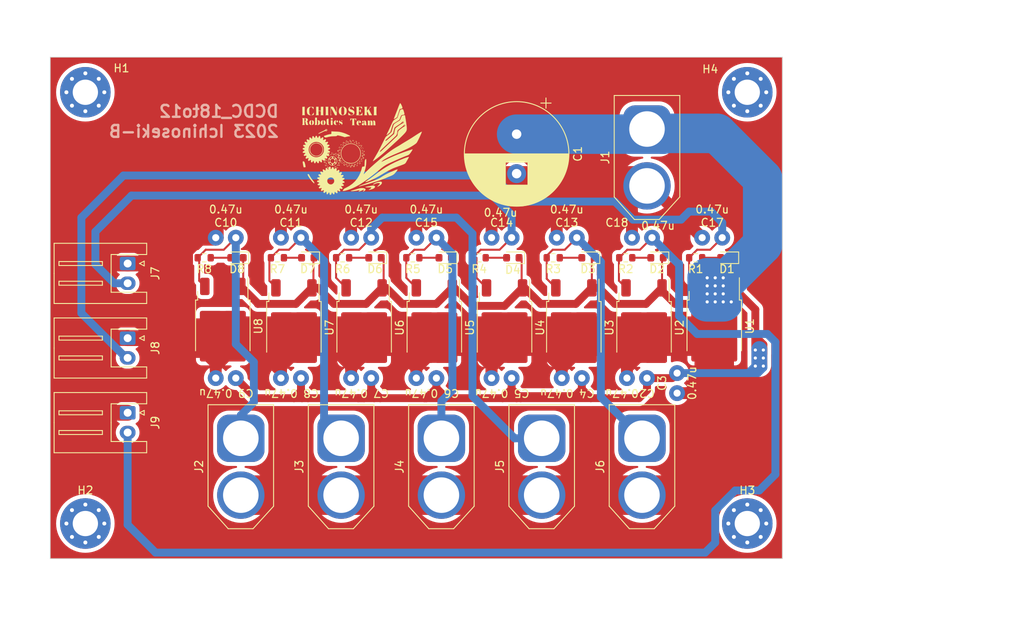
<source format=kicad_pcb>
(kicad_pcb (version 20221018) (generator pcbnew)
  (layers (0 "F.Cu" signal) (31 "B.Cu" signal) (34 "B.Paste" user) (35 "F.Paste" user) (36 "B.SilkS" user "B.Silkscreen") (37 "F.SilkS" user "F.Silkscreen") (38 "B.Mask" user) (39 "F.Mask" user) (44 "Edge.Cuts" user))
  (net 0 "")
  (net 1 "+18")
  (net 2 "GND")
  (net 3 "Net-(D1-A)")
  (net 4 "Net-(D2-A)")
  (net 5 "Net-(D3-A)")
  (net 6 "Net-(D4-A)")
  (net 7 "Net-(D5-A)")
  (net 8 "Net-(D6-A)")
  (net 9 "Net-(D7-A)")
  (net 10 "Net-(D8-A)")
  (net 11 "Net-(J9-Pin_2)")
  (net 12 "Net-(J8-Pin_2)")
  (net 13 "Net-(J6-Pin_2)")
  (net 14 "Net-(J7-Pin_2)")
  (net 15 "Net-(J4-Pin_2)")
  (net 16 "Net-(J5-Pin_2)")
  (net 17 "Net-(J3-Pin_2)")
  (net 18 "Net-(J2-Pin_2)")
  (footprint "LED_SMD:LED_0603_1608Metric" (layer "F.Cu") (at 137.9475 97.79 180)
    (fp_text reference "D4")
    (fp_text value "LED")
  )
  (footprint "MountingHole:MountingHole_3.2mm_M3_Pad_Via" (layer "F.Cu") (at 83.82 131.445)
    (fp_text reference "H2")
    (fp_text value "MountingHole")
  )
  (footprint "Resistor_SMD:R_0603_1608Metric" (layer "F.Cu") (at 152.2475 97.79 180)
    (fp_text reference "R2")
    (fp_text value "1k")
  )
  (footprint "Resistor_SMD:R_0603_1608Metric" (layer "F.Cu") (at 116.395 97.79 180)
    (fp_text reference "R6")
    (fp_text value "1k")
  )
  (footprint "lib:via_2" (layer "F.Cu") (at 127 113.03 180)
    (fp_text reference "C6")
    (fp_text value "0.47u")
  )
  (footprint "LED_SMD:LED_0603_1608Metric" (layer "F.Cu") (at 165.0625 97.79 180)
    (fp_text reference "D1")
    (fp_text value "LED")
  )
  (footprint "lib:via_2" (layer "F.Cu") (at 136.525 95.25)
    (fp_text reference "C14")
    (fp_text value "0.47u")
  )
  (footprint "lib:via_2" (layer "F.Cu") (at 163.195 95.25)
    (fp_text reference "C17")
    (fp_text value "0.47u")
  )
  (footprint "MountingHole:MountingHole_3.2mm_M3_Pad_Via" (layer "F.Cu") (at 167.64 76.835)
    (fp_text reference "H4")
    (fp_text value "MountingHole")
  )
  (footprint "Package_TO_SOT_SMD:TO-252-2" (layer "F.Cu") (at 110.23 106.64 -90)
    (fp_text reference "U7")
    (fp_text value "L7812")
  )
  (footprint "Package_TO_SOT_SMD:TO-252-2" (layer "F.Cu") (at 101.225 106.46 -90)
    (fp_text reference "U8")
    (fp_text value "L7812")
  )
  (footprint "LED_SMD:LED_0603_1608Metric" (layer "F.Cu") (at 111.9875 97.79 180)
    (fp_text reference "D7")
    (fp_text value "LED")
  )
  (footprint "Connector_JST:JST_XH_S2B-XH-A_1x02_P2.50mm_Horizontal" (layer "F.Cu") (at 89.175 98.52 -90)
    (fp_text reference "J7")
    (fp_text value "Conn_01x02_Socket")
  )
  (footprint "Resistor_SMD:R_0603_1608Metric" (layer "F.Cu") (at 125.285 97.79 180)
    (fp_text reference "R5")
    (fp_text value "1k")
  )
  (footprint "lib:via_2" (layer "F.Cu") (at 144.78 95.25)
    (fp_text reference "C13")
    (fp_text value "0.47u")
  )
  (footprint "LED_SMD:LED_0603_1608Metric" (layer "F.Cu") (at 129.3875 97.79 180)
    (fp_text reference "D5")
    (fp_text value "LED")
  )
  (footprint "lib:AMASS_XT60-F_1x02_P7.20mm_Vertical" (layer "F.Cu") (at 154.285 127.93 90)
    (fp_text reference "J6")
    (fp_text value "Conn_01x02_Socket" hide)
  )
  (footprint "lib:AMASS_XT60-F_1x02_P7.20mm_Vertical" (layer "F.Cu") (at 128.885 127.93 90)
    (fp_text reference "J4")
    (fp_text value "Conn_01x02_Socket" hide)
  )
  (footprint "lib:via_2" (layer "F.Cu") (at 158.75 113.665 90)
    (fp_text reference "C3")
    (fp_text value "0.47u")
  )
  (footprint "Connector_JST:JST_XH_S2B-XH-A_1x02_P2.50mm_Horizontal" (layer "F.Cu") (at 89.175 107.97 -90)
    (fp_text reference "J8")
    (fp_text value "Conn_01x02_Socket")
  )
  (footprint "Connector_JST:JST_XH_S2B-XH-A_1x02_P2.50mm_Horizontal" (layer "F.Cu") (at 89.175 117.42 -90)
    (fp_text reference "J9")
    (fp_text value "Conn_01x02_Socket")
  )
  (footprint "LED_SMD:LED_0603_1608Metric" (layer "F.Cu") (at 120.4975 97.79 180)
    (fp_text reference "D6")
    (fp_text value "LED")
  )
  (footprint "MountingHole:MountingHole_3.2mm_M3_Pad_Via" (layer "F.Cu") (at 167.64 131.445)
    (fp_text reference "H3")
    (fp_text value "MountingHole")
  )
  (footprint "Package_TO_SOT_SMD:TO-252-2" (layer "F.Cu") (at 119.12 106.64 -90)
    (fp_text reference "U6")
    (fp_text value "L7812")
  )
  (footprint "Resistor_SMD:R_0603_1608Metric" (layer "F.Cu") (at 98.87 97.79 180)
    (fp_text reference "R8")
    (fp_text value "1k")
  )
  (footprint "Capacitor_THT:CP_Radial_D13.0mm_P5.00mm" (layer "F.Cu") (at 138.43 82.139785 -90)
    (fp_text reference "C1")
    (fp_text value "470u")
  )
  (footprint "Resistor_SMD:R_0603_1608Metric" (layer "F.Cu") (at 133.6925 97.79 180)
    (fp_text reference "R4")
    (fp_text value "1k")
  )
  (footprint "Resistor_SMD:R_0603_1608Metric" (layer "F.Cu") (at 161.1 97.79 180)
    (fp_text reference "R1")
    (fp_text value "1k")
  )
  (footprint "lib:via_2" (layer "F.Cu") (at 101.6 113.03 180)
    (fp_text reference "C9")
    (fp_text value "0.47u")
  )
  (footprint "lib:via_2" (layer "F.Cu") (at 136.525 113.03 180)
    (fp_text reference "C5")
    (fp_text value "0.47u")
  )
  (footprint "Package_TO_SOT_SMD:TO-252-2" (layer "F.Cu") (at 136.9 106.64 -90)
    (fp_text reference "U4")
    (fp_text value "L7812")
  )
  (footprint "LED_SMD:LED_0603_1608Metric" (layer "F.Cu") (at 147.4725 97.79 180)
    (fp_text reference "D3")
    (fp_text value "LED")
  )
  (footprint "lib:via_2" (layer "F.Cu") (at 154.305 95.25)
    (fp_text reference "C18")
    (fp_text value "0.47u")
  )
  (footprint "lib:via_2" (layer "F.Cu") (at 127 95.25)
    (fp_text reference "C15")
    (fp_text value "0.47u")
  )
  (footprint "LED_SMD:LED_0603_1608Metric" (layer "F.Cu") (at 103.0225 97.79 180)
    (fp_text reference "D8")
    (fp_text value "LED")
  )
  (footprint "Package_TO_SOT_SMD:TO-252-2" (layer "F.Cu") (at 145.675 106.64 -90)
    (fp_text reference "U3")
    (fp_text value "L7812")
  )
  (footprint "Package_TO_SOT_SMD:TO-252-2" (layer "F.Cu") (at 128.01 106.64 -90)
    (fp_text reference "U5")
    (fp_text value "L7812")
  )
  (footprint "lib:AMASS_XT60-F_1x02_P7.20mm_Vertical" (layer "F.Cu") (at 141.585 127.93 90)
    (fp_text reference "J5")
    (fp_text value "Conn_01x02_Socket" hide)
  )
  (footprint "MountingHole:MountingHole_3.2mm_M3_Pad_Via" (layer "F.Cu") (at 83.82 76.835)
    (fp_text reference "H1")
    (fp_text value "MountingHole")
  )
  (footprint "Package_TO_SOT_SMD:TO-252-2" (layer "F.Cu") (at 163.455 106.46 -90)
    (fp_text reference "U1")
    (fp_text value "L7812")
  )
  (footprint "lib:AMASS_XT60-F_1x02_P7.20mm_Vertical" (layer "F.Cu") (at 116.185 127.93 90)
    (fp_text reference "J3")
    (fp_text value "Conn_01x02_Socket" hide)
  )
  (footprint "lib:via_2" (layer "F.Cu") (at 153.67 113.03 180)
    (fp_text reference "C2")
    (fp_text value "0.47u")
  )
  (footprint "Resistor_SMD:R_0603_1608Metric" (layer "F.Cu") (at 143.065 97.79 180)
    (fp_text reference "R3")
    (fp_text value "1k")
  )
  (footprint "lib:via_2" (layer "F.Cu") (at 109.855 113.03 180)
    (fp_text reference "C8")
    (fp_text value "0.47u")
  )
  (footprint "Package_TO_SOT_SMD:TO-252-2" (layer "F.Cu") (at 154.565 106.64 -90)
    (fp_text reference "U2")
    (fp_text value "L7812")
  )
  (footprint "lib:via_2" (layer "F.Cu") (at 118.745 95.25)
    (fp_text reference "C12")
    (fp_text value "0.47u")
  )
  (footprint "lib:via_2" (layer "F.Cu") (at 109.855 95.25)
    (fp_text reference "C11")
    (fp_text value "0.47u")
  )
  (footprint "lib:INCT" (layer "F.Cu") (at 118.11 83.185)
    (fp_text reference "J8" hide)
    (fp_text value "Logo" hide)
  )
  (footprint "lib:AMASS_XT60-F_1x02_P7.20mm_Vertical" (layer "F.Cu") (at 154.92 88.77 90)
    (fp_text reference "J1")
    (fp_text value "Conn_01x02_Pin" hide)
  )
  (footprint "lib:AMASS_XT60-F_1x02_P7.20mm_Vertical" (layer "F.Cu") (at 103.485 127.93 90)
    (fp_text reference "J2")
    (fp_text value "Conn_01x02_Socket" hide)
  )
  (footprint "lib:via_2" (layer "F.Cu") (at 145.415 113.03 180)
    (fp_text reference "C4")
    (fp_text value "0.47u")
  )
  (footprint "LED_SMD:LED_0603_1608Metric" (layer "F.Cu") (at 156.21 97.79 180)
    (fp_text reference "D2")
    (fp_text value "LED")
  )
  (footprint "lib:via_2" (layer "F.Cu") (at 118.745 113.03 180)
    (fp_text reference "C7")
    (fp_text value "0.47u")
  )
  (footprint "Resistor_SMD:R_0603_1608Metric" (layer "F.Cu") (at 108.14 97.79 180)
    (fp_text reference "R7")
    (fp_text value "1k")
  )
  (footprint "lib:via_2" (layer "F.Cu") (at 101.6 95.25)
    (fp_text reference "C10")
    (fp_text value "0.47u")
  )
  (gr_rect (start 79.375 72.39) (end 172.085 135.89) (stroke (width 0.1)) (fill none) (layer "Edge.Cuts"))
  (gr_text "2023 Ichinoseki-B" (at 108.458 82.677) (layer "B.SilkS") (effects (font (size 1.5 1.5) (thickness 0.3) bold) (justify left bottom mirror)))
  (gr_text "DCDC_18to12" (at 108.458 80.137) (layer "B.SilkS") (effects (font (size 1.5 1.5) (thickness 0.3) bold) (justify left bottom mirror)))
  (segment (start 145.923 103.632) (end 147.955 101.6) (width 1) (layer "F.Cu") (net 1))
  (segment (start 112.7 101.11) (end 112.39 101.42) (width 0.25) (layer "F.Cu") (net 1))
  (segment (start 129.54 115.57) (end 128.524 115.57) (width 1) (layer "F.Cu") (net 1))
  (segment (start 139.065 97.79) (end 139.065 101.415) (width 0.25) (layer "F.Cu") (net 1))
  (segment (start 139.18 101.6) (end 139.446 101.6) (width 1) (layer "F.Cu") (net 1))
  (segment (start 111.125 113.03) (end 111.125 114.554) (width 1) (layer "F.Cu") (net 1))
  (segment (start 121.92 101.6) (end 123.952 103.632) (width 1) (layer "F.Cu") (net 1))
  (segment (start 128.27 114.3) (end 127 115.57) (width 1) (layer "F.Cu") (net 1))
  (segment (start 111.125 114.681) (end 110.236 115.57) (width 1) (layer "F.Cu") (net 1))
  (segment (start 110.478 103.632) (end 105.664 103.632) (width 1) (layer "F.Cu") (net 1))
  (segment (start 123.952 103.632) (end 128.258 103.632) (width 1) (layer "F.Cu") (net 1))
  (segment (start 154.94 114.554) (end 153.924 115.57) (width 1) (layer "F.Cu") (net 1))
  (segment (start 138.176 115.316) (end 145.796 115.316) (width 1) (layer "F.Cu") (net 1))
  (segment (start 128.27 115.316) (end 128.524 115.57) (width 1) (layer "F.Cu") (net 1))
  (segment (start 165.735 97.79) (end 165.735 101.42) (width 1) (layer "F.Cu") (net 1))
  (segment (start 111.125 115.443) (end 111.252 115.57) (width 1) (layer "F.Cu") (net 1))
  (segment (start 112.014 115.57) (end 111.252 115.57) (width 1) (layer "F.Cu") (net 1))
  (segment (start 105.41 115.57) (end 102.87 113.03) (width 1) (layer "F.Cu") (net 1))
  (segment (start 120.015 114.554) (end 120.015 115.189) (width 1) (layer "F.Cu") (net 1))
  (segment (start 121.59 97.79) (end 121.59 101.115) (width 0.25) (layer "F.Cu") (net 1))
  (segment (start 169.672 108.7755) (end 169.672 109.9185) (width 1) (layer "F.Cu") (net 1))
  (segment (start 138.938 115.57) (end 138.43 115.57) (width 1) (layer "F.Cu") (net 1))
  (segment (start 148.844 101.6) (end 150.876 103.632) (width 1) (layer "F.Cu") (net 1))
  (segment (start 119.368 103.632) (end 121.4 101.6) (width 1) (layer "F.Cu") (net 1))
  (segment (start 105.664 103.579) (end 103.505 101.42) (width 1) (layer "F.Cu") (net 1))
  (segment (start 128.524 115.57) (end 126.746 115.57) (width 1) (layer "F.Cu") (net 1))
  (segment (start 137.795 114.935) (end 138.176 115.316) (width 1) (layer "F.Cu") (net 1))
  (segment (start 137.795 114.427) (end 138.938 115.57) (width 1) (layer "F.Cu") (net 1))
  (segment (start 111.125 114.554) (end 111.125 115.443) (width 1) (layer "F.Cu") (net 1))
  (segment (start 168.656 104.341) (end 165.735 101.42) (width 1) (layer "F.Cu") (net 1))
  (segment (start 137.795 114.3) (end 137.795 114.427) (width 1) (layer "F.Cu") (net 1))
  (segment (start 164.592 101.346) (end 164.592 101.6) (width 5) (layer "F.Cu") (net 1))
  (segment (start 120.142 114.554) (end 119.126 115.57) (width 1) (layer "F.Cu") (net 1))
  (segment (start 147.828 115.57) (end 146.685 114.427) (width 1) (layer "F.Cu") (net 1))
  (segment (start 111.252 115.57) (end 110.236 115.57) (width 1) (layer "F.Cu") (net 1))
  (segment (start 136.894 103.886) (end 139.18 101.6) (width 1) (layer "F.Cu") (net 1))
  (segment (start 137.795 114.427) (end 136.652 115.57) (width 1) (layer "F.Cu") (net 1))
  (segment (start 153.924 115.57) (end 147.828 115.57) (width 1) (layer "F.Cu") (net 1))
  (segment (start 154.94 113.03) (end 158.115 113.03) (width 1) (layer "F.Cu") (net 1))
  (segment (start 111.125 114.681) (end 112.014 115.57) (width 1) (layer "F.Cu") (net 1))
  (segment (start 121.59 101.115) (end 121.285 101.42) (width 0.25) (layer "F.Cu") (net 1))
  (segment (start 147.828 115.57) (end 138.938 115.57) (width 1) (layer "F.Cu") (net 1))
  (segment (start 103.81 101.115) (end 103.505 101.42) (width 0.25) (layer "F.Cu") (net 1))
  (segment (start 132.842 103.886) (end 136.894 103.886) (width 1) (layer "F.Cu") (net 1))
  (segment (start 139.065 101.415) (end 139.07 101.42) (width 0.25) (layer "F.Cu") (net 1))
  (segment (start 156.845 97.79) (end 156.845 101.415) (width 0.25) (layer "F.Cu") (net 1))
  (segment (start 130.3275 97.79) (end 130.3275 101.2675) (width 0.25) (layer "F.Cu") (net 1))
  (segment (start 112.51 101.6) (end 113.284 101.6) (width 1) (layer "F.Cu") (net 1))
  (segment (start 158.115 113.03) (end 158.75 112.395) (width 1) (layer "F.Cu") (net 1))
  (segment (start 121.158 115.57) (end 120.396 115.57) (width 1) (layer "F.Cu") (net 1))
  (segment (start 130.556 101.6) (end 132.842 103.886) (width 1) (layer "F.Cu") (net 1))
  (segment (start 121.4 101.6) (end 121.92 101.6) (width 1) (layer "F.Cu") (net 1))
  (segment (start 127 115.57) (end 126.746 115.57) (width 1) (layer "F.Cu") (net 1))
  (segment (start 137.795 114.3) (end 137.795 114.935) (width 1) (layer "F.Cu") (net 1))
  (segment (start 145.796 115.316) (end 146.685 114.427) (width 1) (layer "F.Cu") (net 1))
  (segment (start 147.955 101.6) (end 148.844 101.6) (width 1) (layer "F.Cu") (net 1))
  (segment (start 119.126 115.57) (end 118.364 115.57) (width 1) (layer "F.Cu") (net 1))
  (segment (start 118.364 115.57) (end 112.014 115.57) (width 1) (layer "F.Cu") (net 1))
  (segment (start 156.845 101.6) (end 156.845 101.981) (width 1) (layer "F.Cu") (net 1))
  (segment (start 112.7 97.79) (end 112.7 101.11) (width 0.25) (layer "F.Cu") (net 1))
  (segment (start 128.27 113.03) (end 128.27 114.3) (width 1) (layer "F.Cu") (net 1))
  (segment (start 126.746 115.57) (end 121.158 115.57) (width 1) (layer "F.Cu") (net 1))
  (segment (start 156.845 101.981) (end 158.496 103.632) (width 1) (layer "F.Cu") (net 1))
  (segment (start 110.236 115.57) (end 105.41 115.57) (width 1) (layer "F.Cu") (net 1))
  (segment (start 141.478 103.632) (end 145.923 103.632) (width 1) (layer "F.Cu") (net 1))
  (segment (start 146.685 114.427) (end 146.685 113.03) (width 1) (layer "F.Cu") (net 1))
  (segment (start 168.656 109.474) (end 168.656 104.341) (width 1) (layer "F.Cu") (net 1))
  (segment (start 156.845 101.415) (end 156.84 101.42) (width 0.25) (layer "F.Cu") (net 1))
  (segment (start 130.29 101.6) (end 130.556 101.6) (width 1) (layer "F.Cu") (net 1))
  (segment (start 120.015 113.03) (end 120.015 114.554) (width 1) (layer "F.Cu") (net 1))
  (segment (start 120.015 115.189) (end 120.396 115.57) (width 1) (layer "F.Cu") (net 1))
  (segment (start 138.43 115.57) (end 136.652 115.57) (width 1) (layer "F.Cu") (net 1))
  (segment (start 154.813 103.632) (end 156.845 101.6) (width 1) (layer "F.Cu") (net 1))
  (segment (start 139.446 101.6) (end 141.478 103.632) (width 1) (layer "F.Cu") (net 1))
  (segment (start 154.94 113.03) (end 154.94 114.554) (width 1) (layer "F.Cu") (net 1))
  (segment (start 150.876 103.632) (end 154.813 103.632) (width 1) (layer "F.Cu") (net 1))
  (segment (start 128.27 114.3) (end 128.27 115.316) (width 1) (layer "F.Cu") (net 1))
  (segment (start 128.27 114.3) (end 129.54 115.57) (width 1) (layer "F.Cu") (net 1))
  (segment (start 120.015 114.554) (end 120.142 114.554) (width 1) (layer "F.Cu") (net 1))
  (segment (start 105.664 103.632) (end 105.664 103.579) (width 1) (layer "F.Cu") (net 1))
  (segment (start 162.306 103.632) (end 164.592 101.346) (width 1) (layer "F.Cu") (net 1))
  (segment (start 113.284 101.6) (end 115.316 103.632) (width 1) (layer "F.Cu") (net 1))
  (segment (start 168.91 108.0135) (end 169.672 108.7755) (width 1) (layer "F.Cu") (net 1))
  (segment (start 158.496 103.632) (end 162.306 103.632) (width 1) (layer "F.Cu") (net 1))
  (segment (start 136.652 115.57) (end 129.54 115.57) (width 1) (layer "F.Cu") (net 1))
  (segment (start 120.142 114.554) (end 121.158 115.57) (width 1) (layer "F.Cu") (net 1))
  (segment (start 103.81 97.79) (end 103.81 101.115) (width 0.25) (layer "F.Cu") (net 1))
  (segment (start 138.43 115.57) (end 138.176 115.316) (width 1) (layer "F.Cu") (net 1))
  (segment (start 115.316 103.632) (end 119.368 103.632) (width 1) (layer "F.Cu") (net 1))
  (segment (start 137.795 113.03) (end 137.795 114.3) (width 1) (layer "F.Cu") (net 1))
  (segment (start 147.955 97.79) (end 147.955 101.42) (width 0.25) (layer "F.Cu") (net 1))
  (segment (start 120.396 115.57) (end 118.364 115.57) (width 1) (layer "F.Cu") (net 1))
  (segment (start 111.125 114.554) (end 111.125 114.681) (width 1) (layer "F.Cu") (net 1))
  (segment (start 130.3275 101.2675) (end 130.175 101.42) (width 0.25) (layer "F.Cu") (net 1))
  (segment (start 169.164 111.379) (end 169.164 109.347) (width 2) (layer "F.Cu") (net 1))
  (segment (start 112.51 101.6) (end 110.478 103.632) (width 1) (layer "F.Cu") (net 1))
  (segment (start 128.258 103.632) (end 130.29 101.6) (width 1) (layer "F.Cu") (net 1))
  (via (at 168.656 109.474) (size 0.8) (drill 0.4) (layers "F.Cu" "B.Cu") (net 1))
  (via (at 163.576 102.362) (size 0.8) (drill 0.4) (layers "F.Cu" "B.Cu") (net 1))
  (via (at 162.56 102.362) (size 0.8) (drill 0.4) (layers "F.Cu" "B.Cu") (net 1))
  (via (at 164.592 101.346) (size 0.8) (drill 0.4) (layers "F.Cu" "B.Cu") (net 1))
  (via (at 169.672 109.474) (size 0.8) (drill 0.4) (layers "F.Cu" "B.Cu") (net 1))
  (via (at 169.672 111.506) (size 0.8) (drill 0.4) (layers "F.Cu" "B.Cu") (net 1))
  (via (at 168.656 111.506) (size 0.8) (drill 0.4) (layers "F.Cu" "B.Cu") (net 1))
  (via (at 165.608 103.378) (size 0.8) (drill 0.4) (layers "F.Cu" "B.Cu") (net 1))
  (via (at 162.56 101.346) (size 0.8) (drill 0.4) (layers "F.Cu" "B.Cu") (net 1))
  (via (at 164.592 102.362) (size 0.8) (drill 0.4) (layers "F.Cu" "B.Cu") (net 1))
  (via (at 164.592 103.378) (size 0.8) (drill 0.4) (layers "F.Cu" "B.Cu") (net 1))
  (via (at 163.576 100.33) (size 0.8) (drill 0.4) (layers "F.Cu" "B.Cu") (net 1))
  (via (at 163.576 101.346) (size 0.8) (drill 0.4) (layers "F.Cu" "B.Cu") (net 1))
  (via (at 164.592 100.33) (size 0.8) (drill 0.4) (layers "F.Cu" "B.Cu") (net 1))
  (via (at 162.56 103.378) (size 0.8) (drill 0.4) (layers "F.Cu" "B.Cu") (net 1))
  (via (at 169.672 110.49) (size 0.8) (drill 0.4) (layers "F.Cu" "B.Cu") (net 1))
  (via (at 168.656 110.49) (size 0.8) (drill 0.4) (layers "F.Cu" "B.Cu") (net 1))
  (via (at 163.576 103.378) (size 0.8) (drill 0.4) (layers "F.Cu" "B.Cu") (net 1))
  (via (at 162.56 100.33) (size 0.8) (drill 0.4) (layers "F.Cu" "B.Cu") (net 1))
  (segment (start 169.164 111.379) (end 169.164 109.347) (width 2) (layer "B.Cu") (net 1))
  (segment (start 169.672 111.6965) (end 168.9735 112.395) (width 1) (layer "B.Cu") (net 1))
  (segment (start 169.585 87.797) (end 169.585 96.099) (width 5) (layer "B.Cu") (net 1))
  (segment (start 163.576 103.378) (end 162.56 103.378) (width 5) (layer "B.Cu") (net 1))
  (segment (start 138.43 82.139785) (end 156.982785 82.139785) (width 5) (layer "B.Cu") (net 1))
  (segment (start 157.08057 82.042) (end 163.83 82.042) (width 5) (layer "B.Cu") (net 1))
  (segment (start 162.56 100.33) (end 162.56 101.346) (width 5) (layer "B.Cu") (net 1))
  (segment (start 163.576 100.33) (end 162.56 100.33) (width 5) (layer "B.Cu") (net 1))
  (segment (start 162.56 101.346) (end 162.56 102.362) (width 5) (layer "B.Cu") (net 1))
  (segment (start 164.592 103.378) (end 163.576 103.378) (width 5) (layer "B.Cu") (net 1))
  (segment (start 158.75 112.395) (end 167.767 112.395) (width 1) (layer "B.Cu") (net 1))
  (segment (start 156.982785 82.139785) (end 157.08057 82.042) (width 5) (layer "B.Cu") (net 1))
  (segment (start 168.9735 112.395) (end 167.3225 112.395) (width 1) (layer "B.Cu") (net 1))
  (segment (start 163.83 82.042) (end 169.585 87.797) (width 5) (layer "B.Cu") (net 1))
  (segment (start 169.672 111.506) (end 169.672 111.6965) (width 1) (layer "B.Cu") (net 1))
  (segment (start 167.767 112.395) (end 168.656 111.506) (width 1) (layer "B.Cu") (net 1))
  (segment (start 169.585 96.099) (end 165.354 100.33) (width 5) (layer "B.Cu") (net 1))
  (segment (start 138.43 88.69) (end 135.255 88.69) (width 5) (layer "F.Cu") (net 2))
  (segment (start 125.73 95.25) (end 125.73 92.075) (width 1.5) (layer "F.Cu") (net 2))
  (segment (start 85.725 105.41) (end 85.725 107.95) (width 2) (layer "F.Cu") (net 2))
  (segment (start 87.63 107.95) (end 85.725 106.045) (width 2) (layer "F.Cu") (net 2))
  (segment (start 144.145 88.69) (end 140.335 88.69) (width 5) (layer "F.Cu") (net 2))
  (segment (start 108.585 113.03) (end 108.585 111.76) (width 1.5) (layer "F.Cu") (net 2))
  (segment (start 153.035 92.075) (end 153.035 90.595) (width 1.5) (layer "F.Cu") (net 2))
  (segment (start 117.475 92.075) (end 117.475 88.69) (width 1.5) (layer "F.Cu") (net 2))
  (segment (start 117.475 109.695) (end 117.595 109.575) (width 1.5) (layer "F.Cu") (net 2))
  (segment (start 144.145 109.58) (end 144.15 109.575) (width 0.25) (layer "F.Cu") (net 2))
  (segment (start 122.555 88.69) (end 120.65 88.69) (width 5) (layer "F.Cu") (net 2))
  (segment (start 104.14 107.72) (end 113.665 107.72) (width 5) (layer "F.Cu") (net 2))
  (segment (start 163.455 111.76) (end 163.455 114.935) (width 5) (layer "F.Cu") (net 2))
  (segment (start 102.568781 88.69) (end 94.945 96.313781) (width 5) (layer "F.Cu") (net 2))
  (segment (start 85.725 107.95) (end 87.63 107.95) (width 2) (layer "F.Cu") (net 2))
  (segment (start 117.475 91.865) (end 120.65 88.69) (width 1.5) (layer "F.Cu") (net 2))
  (segment (start 120.645 109.575) (end 119.66 109.575) (width 1.5) (layer "F.Cu") (net 2))
  (segment (start 100.33 108.615) (end 100.975 107.97) (width 1.5) (layer "F.Cu") (net 2))
  (segment (start 135.255 95.25) (end 135.255 92.075) (width 1.5) (layer "F.Cu") (net 2))
  (segment (start 85.725 106.045) (end 85.725 105.41) (width 2) (layer "F.Cu") (net 2))
  (segment (start 108.585 111.615787) (end 112.480787 107.72) (width 1.5) (layer "F.Cu") (net 2))
  (segment (start 100.33 113.03) (end 100.33 111.76) (width 1.5) (layer "F.Cu") (net 2))
  (segment (start 117.475 91.865) (end 114.3 88.69) (width 1.5) (layer "F.Cu") (net 2))
  (segment (start 139.150787 107.72) (end 140.97 107.72) (width 1.5) (layer "F.Cu") (net 2))
  (segment (start 94.945 99.06) (end 94.945 107.665) (width 5) (layer "F.Cu") (net 2))
  (segment (start 85.725 116.205) (end 86.94 117.42) (width 2) (layer "F.Cu") (net 2))
  (segment (start 100.975 107.97) (end 101.225 107.72) (width 2) (layer "F.Cu") (net 2))
  (segment (start 108.585 88.69) (end 105.41 88.69) (width 5) (layer "F.Cu") (net 2))
  (segment (start 154.94 88.69) (end 155.365 88.69) (width 1.5) (layer "F.Cu") (net 2))
  (segment (start 89.175 107.97) (end 93.345 107.97) (width 2) (layer "F.Cu") (net 2))
  (segment (start 85.725 99.695) (end 85.725 105.41) (width 2) (layer "F.Cu") (net 2))
  (segment (start 117.475 111.76) (end 117.475 111.53) (width 1.5) (layer "F.Cu") (net 2))
  (segment (start 95.25 107.97) (end 97.155 107.97) (width 5) (layer "F.Cu") (net 2))
  (segment (start 135.255 113.03) (end 135.255 109.695) (width 1.5) (layer "F.Cu") (net 2))
  (segment (start 155.365 88.69) (end 161.925 95.25) (width 1.5) (layer "F.Cu") (net 2))
  (segment (start 125.73 111.76) (end 125.73 110.33) (width 1.5) (layer "F.Cu") (net 2))
  (segment (start 152.4 113.03) (end 152.4 111.76) (width 1.5) (layer "F.Cu") (net 2))
  (segment (start 113.665 107.72) (end 122.555 107.72) (width 5) (layer "F.Cu") (net 2))
  (segment (start 108.585 91.865) (end 105.41 88.69) (width 1.5) (layer "F.Cu") (net 2))
  (segment (start 100.33 111.76) (end 100.33 111.53) (width 1.5) (layer "F.Cu") (net 2))
  (segment (start 89.175 98.52) (end 94.405 98.52) (width 2) (layer "F.Cu") (net 2))
  (segment (start 100.33 95.25) (end 95.25 95.25) (width 2) (layer "F.Cu") (net 2))
  (segment (start 125.73 91.865) (end 122.555 88.69) (width 1.5) (layer "F.Cu") (net 2))
  (segment (start 100.33 111.145) (end 97.155 107.97) (width 1.5) (layer "F.Cu") (net 2))
  (segment (start 153.035 92.075) (end 152.61 92.075) (width 1.5) (layer "F.Cu") (net 2))
  (segment (start 143.51 95.25) (end 143.51 92.71) (width 1.5) (layer "F.Cu") (net 2))
  (segment (start 125.73 113.03) (end 125.73 111.76) (width 1.5) (layer "F.Cu") (net 2))
  (segment (start 108.585 91.865) (end 111.76 88.69) (width 1.5) (layer "F.Cu") (net 2))
  (segment (start 154.94 88.69) (end 149.225 88.69) (width 5) (layer "F.Cu") (net 2))
  (segment (start 140.335 88.69) (end 138.43 88.69) (width 5) (layer "F.Cu") (net 2))
  (segment (start 94.945 107.665) (end 95.25 107.97) (width 5) (layer "F.Cu") (net 2))
  (segment (start 108.585 111.76) (end 108.585 106.345) (width 1.5) (layer "F.Cu") (net 2))
  (segment (start 140.97 107.72) (end 140.97 108.585) (width 1.5) (layer "F.Cu") (net 2))
  (segment (start 144.145 111.76) (end 144.145 109.58) (width 1.5) (layer "F.Cu") (net 2))
  (segment (start 143.51 91.865) (end 140.335 88.69) (width 1.5) (layer "F.Cu") (net 2))
  (segment (start 95.25 106.065) (end 93.345 107.97) (width 2) (layer "F.Cu") (net 2))
  (segment (start 94.405 98.52) (end 94.945 99.06) (width 2) (layer "F.Cu") (net 2))
  (segment (start 100.33 90.928781) (end 102.568781 88.69) (width 2) (layer "F.Cu") (net 2))
  (segment (start 153.035 95.25) (end 153.035 92.075) (width 1.5) (layer "F.Cu") (net 2))
  (segment (start 135.255 92.075) (end 135.255 88.69) (width 1.5) (layer "F.Cu") (net 2))
  (segment (start 117.475 111.53) (end 113.665 107.72) (width 1.5) (layer "F.Cu") (net 2))
  (segment (start 125.73 92.075) (end 125.73 91.865) (width 1.5) (layer "F.Cu") (net 2))
  (segment (start 108.585 111.76) (end 108.18 111.76) (width 1.5) (layer "F.Cu") (net 2))
  (segment (start 163.455 107.72) (end 163.455 111.76) (width 5) (layer "F.Cu") (net 2))
  (segment (start 149.225 88.69) (end 146.685 88.69) (width 5) (layer "F.Cu") (net 2))
  (segment (start 117.475 88.69) (end 114.3 88.69) (width 5) (layer "F.Cu") (net 2))
  (segment (start 111.76 88.69) (end 108.585 88.69) (width 5) (layer "F.Cu") (net 2))
  (segment (start 108.18 111.76) (end 104.14 107.72) (width 1.5) (layer "F.Cu") (net 2))
  (segment (start 158.75 114.935) (end 160.02 114.935) (width 1.5) (layer "F.Cu") (net 2))
  (segment (start 135.255 113.03) (end 135.255 111.53) (width 1.5) (layer "F.Cu") (net 2))
  (segment (start 86.94 117.42) (end 89.175 117.42) (width 2) (layer "F.Cu") (net 2))
  (segment (start 152.4 111.76) (end 152.4 110.215) (width 1.5) (layer "F.Cu") (net 2))
  (segment (start 152.4 111.53) (end 148.59 107.72) (width 1.5) (layer "F.Cu") (net 2))
  (segment (start 146.33 109.575) (end 144.145 111.76) (width 1.5) (layer "F.Cu") (net 2))
  (segment (start 125.73 91.865) (end 128.905 88.69) (width 1.5) (layer "F.Cu") (net 2))
  (segment (start 117.475 95.25) (end 117.475 92.075) (width 1.5) (layer "F.Cu") (net 2))
  (segment (start 143.51 92.71) (end 143.51 91.865) (width 1.5) (layer "F.Cu") (net 2))
  (segment (start 135.255 91.865) (end 138.43 88.69) (width 1.5) (layer "F.Cu") (net 2))
  (segment (start 135.255 111.53) (end 131.445 107.72) (width 1.5) (layer "F.Cu") (net 2))
  (segment (start 95.25 106.045) (end 95.25 107.97) (width 2) (layer "F.Cu") (net 2))
  (segment (start 108.585 92.075) (end 108.585 91.865) (width 1.5) (layer "F.Cu") (net 2))
  (segment (start 85.725 109.855) (end 85.725 110.49) (width 2) (layer "F.Cu") (net 2))
  (segment (start 120.65 88.69) (end 117.475 88.69) (width 5) (layer "F.Cu") (net 2))
  (segment (start 117.475 92.075) (end 117.475 91.865) (width 1.5) (layer "F.Cu") (net 2))
  (segment (start 163.455 114.935) (end 163.455 118.11) (width 5) (layer "F.Cu") (net 2))
  (segment (start 132.08 88.69) (end 128.905 88.69) (width 5) (layer "F.Cu") (net 2))
  (segment (start 143.51 89.325) (end 144.145 88.69) (width 1.5) (layer "F.Cu") (net 2))
  (segment (start 160.02 114.935) (end 163.455 114.935) (width 1.5) (layer "F.Cu") (net 2))
  (segment (start 153.035 90.595) (end 154.94 88.69) (width 1.5) (layer "F.Cu") (net 2))
  (segment (start 135.255 109.695) (end 135.375 109.575) (width 1.5) (layer "F.Cu") (net 2))
  (segment (start 144.145 113.03) (end 144.145 111.76) (width 1.5) (layer "F.Cu") (net 2))
  (segment (start 163.455 118.11) (end 163.455 122.93) (width 5) (layer "F.Cu") (net 2))
  (segment (start 125.73 92.075) (end 125.73 88.69) (width 1.5) (layer "F.Cu") (net 2))
  (segment (start 143.51 92.71) (end 143.51 89.325) (width 1.5) (layer "F.Cu") (net 2))
  (segment (start 105.41 88.69) (end 102.568781 88.69) (width 5) (layer "F.Cu") (net 2))
  (segment (start 108.585 95.25) (end 108.585 92.075) (width 1.5) (layer "F.Cu") (net 2))
  (segment (start 86.9 98.52) (end 85.725 99.695) (width 2) (layer "F.Cu") (net 2))
  (segment (start 100.33 111.76) (end 100.33 111.145) (width 1.5) (layer "F.Cu") (net 2))
  (segment (start 135.255 91.865) (end 132.08 88.69) (width 1.5) (layer "F.Cu") (net 2))
  (segment (start 160.02 114.935) (end 160.28 114.935) (width 1.5) (layer "F.Cu") (net 2))
  (segment (start 100.33 111.53) (end 104.14 107.72) (width 1.5) (layer "F.Cu") (net 2))
  (segment (start 117.475 111.76) (end 117.475 109.695) (width 1.5) (layer "F.Cu") (net 2))
  (segment (start 95.25 106.045) (end 95.25 106.065) (width 2) (layer "F.Cu") (net 2))
  (segment (start 108.585 92.075) (end 108.585 88.69) (width 1.5) (layer "F.Cu") (net 2))
  (segment (start 108.585 113.03) (end 108.585 111.615787) (width 1.5) (layer "F.Cu") (net 2))
  (segment (start 94.945 96.313781) (end 94.945 99.06) (width 5) (layer "F.Cu") (net 2))
  (segment (start 125.73 111.76) (end 122.555 108.585) (width 1.5) (layer "F.Cu") (net 2))
  (segment (start 152.61 92.075) (end 149.225 88.69) (width 1.5) (layer "F.Cu") (net 2))
  (segment (start 122.555 107.72) (end 131.445 107.72) (width 5) (layer "F.Cu") (net 2))
  (segment (start 135.255 113.03) (end 135.255 111.615787) (width 1.5) (layer "F.Cu") (net 2))
  (segment (start 87.63 107.95) (end 85.725 109.855) (width 2) (layer "F.Cu") (net 2))
  (segment (start 100.33 95.25) (end 100.33 90.928781) (width 2) (layer "F.Cu") (net 2))
  (segment (start 148.59 107.72) (end 163.455 107.72) (width 5) (layer "F.Cu") (net 2))
  (segment (start 95.25 95.25) (end 95.25 106.045) (width 2) (layer "F.Cu") (net 2))
  (segment (start 119.66 109.575) (end 117.475 111.76) (width 1.5) (layer "F.Cu") (net 2))
  (segment (start 125.73 88.69) (end 122.555 88.69) (width 5) (layer "F.Cu") (net 2))
  (segment (start 146.685 88.69) (end 144.145 88.69) (width 5) (layer "F.Cu") (net 2))
  (segment (start 160.28 114.935) (end 163.455 111.76) (width 1.5) (layer "F.Cu") (net 2))
  (segment (start 114.3 88.69) (end 111.76 88.69) (width 5) (layer "F.Cu") (net 2))
  (segment (start 127.915 109.575) (end 129.535 109.575) (width 1.5) (layer "F.Cu") (net 2))
  (segment (start 152.4 111.76) (end 154.585 109.575) (width 1.5) (layer "F.Cu") (net 2))
  (segment (start 117.475 113.03) (end 117.475 111.76) (width 1.5) (layer "F.Cu") (net 2))
  (segment (start 147.2 109.575) (end 146.33 109.575) (width 1.5) (layer "F.Cu") (net 2))
  (segment (start 131.445 107.72) (end 140.97 107.72) (width 5) (layer "F.Cu") (net 2))
  (segment (start 128.905 88.69) (end 125.73 88.69) (width 5) (layer "F.Cu") (net 2))
  (segment (start 89.175 98.52) (end 86.9 98.52) (width 2) (layer "F.Cu") (net 2))
  (segment (start 100.33 111.76) (end 100.33 108.615) (width 1.5) (layer "F.Cu") (net 2))
  (segment (start 135.255 111.615787) (end 139.150787 107.72) (width 1.5) (layer "F.Cu") (net 2))
  (segment (start 97.155 107.97) (end 100.975 107.97) (width 5) (layer "F.Cu") (net 2))
  (segment (start 85.725 107.95) (end 85.725 110.49) (width 2) (layer "F.Cu") (net 2))
  (segment (start 125.73 110.33) (end 126.485 109.575) (width 1.5) (layer "F.Cu") (net 2))
  (segment (start 158.535 127.85) (end 103.505 127.85) (width 5) (layer "F.Cu") (net 2))
  (segment (start 140.97 107.72) (end 148.59 107.72) (width 5) (layer "F.Cu") (net 2))
  (segment (start 101.225 107.72) (end 104.14 107.72) (width 5) (layer "F.Cu") (net 2))
  (segment (start 154.585 109.575) (end 156.09 109.575) (width 1.5) (layer "F.Cu") (net 2))
  (segment (start 140.97 108.585) (end 144.145 111.76) (width 1.5) (layer "F.Cu") (net 2))
  (segment (start 122.555 108.585) (end 122.555 107.72) (width 1.5) (layer "F.Cu") (net 2))
  (segment (start 152.4 110.215) (end 153.04 109.575) (width 0.25) (layer "F.Cu") (net 2))
  (segment (start 135.255 88.69) (end 132.08 88.69) (width 5) (layer "F.Cu") (net 2))
  (segment (start 87.63 107.95) (end 89.155 107.95) (width 2) (layer "F.Cu") (net 2))
  (segment (start 143.51 91.865) (end 146.685 88.69) (width 1.5) (layer "F.Cu") (net 2))
  (segment (start 160.28 114.935) (end 163.455 118.11) (width 1.5) (layer "F.Cu") (net 2))
  (segment (start 125.73 111.76) (end 127.915 109.575) (width 1.5) (layer "F.Cu") (net 2))
  (segment (start 163.455 122.93) (end 158.535 127.85) (width 5) (layer "F.Cu") (net 2))
  (segment (start 112.480787 107.72) (end 113.665 107.72) (width 1.5) (layer "F.Cu") (net 2))
  (segment (start 135.255 92.075) (end 135.255 91.865) (width 1.5) (layer "F.Cu") (net 2))
  (segment (start 85.725 110.49) (end 85.725 116.205) (width 2) (layer "F.Cu") (net 2))
  (segment (start 89.155 107.95) (end 89.175 107.97) (width 2) (layer "F.Cu") (net 2))
  (segment (start 108.585 106.345) (end 108.705 106.225) (width 1.5) (layer "F.Cu") (net 2))
  (segment (start 161.67 97.79) (end 164.16 97.79) (width 0.25) (layer "F.Cu") (net 3))
  (segment (start 153.035 97.79) (end 155.27 97.79) (width 0.25) (layer "F.Cu") (net 4))
  (segment (start 143.89 97.79) (end 146.38 97.79) (width 0.25) (layer "F.Cu") (net 5))
  (segment (start 135 97.79) (end 137.49 97.79) (width 0.25) (layer "F.Cu") (net 6))
  (segment (start 126.11 97.79) (end 128.7525 97.79) (width 0.25) (layer "F.Cu") (net 7))
  (segment (start 117.22 97.79) (end 120.015 97.79) (width 0.25) (layer "F.Cu") (net 8))
  (segment (start 108.775 97.79) (end 111.125 97.79) (width 0.25) (layer "F.Cu") (net 9))
  (segment (start 99.695 97.79) (end 102.235 97.79) (width 0.25) (layer "F.Cu") (net 10))
  (segment (start 155.575 95.25) (end 154.051 96.774) (width 0.25) (layer "F.Cu") (net 11))
  (segment (start 152.4385 96.774) (end 151.4225 97.79) (width 0.25) (layer "F.Cu") (net 11))
  (segment (start 151.385 97.79) (end 151.385 100.7) (width 0.25) (layer "F.Cu") (net 11))
  (segment (start 151.385 100.7) (end 152.285 101.6) (width 0.25) (layer "F.Cu") (net 11))
  (segment (start 154.051 96.774) (end 152.4385 96.774) (width 0.25) (layer "F.Cu") (net 11))
  (segment (start 89.175 119.92) (end 89.175 131.593) (width 1) (layer "B.Cu") (net 11))
  (segment (start 163.576 133.858) (end 163.576 129.794) (width 1) (layer "B.Cu") (net 11))
  (segment (start 166.116 127.254) (end 169.164 127.254) (width 1) (layer "B.Cu") (net 11))
  (segment (start 159.004 98.552) (end 158.877 98.552) (width 1) (layer "B.Cu") (net 11))
  (segment (start 89.175 131.593) (end 92.71 135.128) (width 1) (layer "B.Cu") (net 11))
  (segment (start 159.004 105.156) (end 159.004 98.552) (width 1) (layer "B.Cu") (net 11))
  (segment (start 162.306 135.128) (end 163.576 133.858) (width 1) (layer "B.Cu") (net 11))
  (segment (start 163.576 129.794) (end 166.116 127.254) (width 1) (layer "B.Cu") (net 11))
  (segment (start 171.196 108.458) (end 170.18 107.442) (width 1) (layer "B.Cu") (net 11))
  (segment (start 171.196 125.222) (end 171.196 108.458) (width 1) (layer "B.Cu") (net 11))
  (segment (start 169.164 127.254) (end 171.196 125.222) (width 1) (layer "B.Cu") (net 11))
  (segment (start 92.71 135.128) (end 162.306 135.128) (width 1) (layer "B.Cu") (net 11))
  (segment (start 161.29 107.442) (end 159.004 105.156) (width 1) (layer "B.Cu") (net 11))
  (segment (start 170.18 107.442) (end 161.29 107.442) (width 1) (layer "B.Cu") (net 11))
  (segment (start 158.877 98.552) (end 155.575 95.25) (width 1) (layer "B.Cu") (net 11))
  (segment (start 161.291 96.774) (end 160.275 97.79) (width 0.25) (layer "F.Cu") (net 12))
  (segment (start 162.941 96.774) (end 161.291 96.774) (width 0.25) (layer "F.Cu") (net 12))
  (segment (start 161.175 101.42) (end 160.275 100.52) (width 0.25) (layer "F.Cu") (net 12))
  (segment (start 160.275 100.52) (end 160.275 97.79) (width 0.25) (layer "F.Cu") (net 12))
  (segment (start 164.465 95.25) (end 162.941 96.774) (width 0.25) (layer "F.Cu") (net 12))
  (segment (start 88.981497 110.47) (end 83.312 104.800503) (width 1) (layer "B.Cu") (net 12))
  (segment (start 164.465 93.345) (end 164.465 95.25) (width 1) (layer "B.Cu") (net 12))
  (segment (start 138.684 90.678) (end 150.876 90.678) (width 1) (layer "B.Cu") (net 12))
  (segment (start 159.258 92.964) (end 160.274 91.948) (width 1) (layer "B.Cu") (net 12))
  (segment (start 83.312 104.800503) (end 83.312 92.71) (width 1) (layer "B.Cu") (net 12))
  (segment (start 163.068 91.948) (end 164.465 93.345) (width 1) (layer "B.Cu") (net 12))
  (segment (start 160.274 91.948) (end 163.068 91.948) (width 1) (layer "B.Cu") (net 12))
  (segment (start 153.162 92.964) (end 159.258 92.964) (width 1) (layer "B.Cu") (net 12))
  (segment (start 88.646 87.376) (end 135.382 87.376) (width 1) (layer "B.Cu") (net 12))
  (segment (start 83.312 92.71) (end 88.646 87.376) (width 1) (layer "B.Cu") (net 12))
  (segment (start 89.175 110.47) (end 88.981497 110.47) (width 1) (layer "B.Cu") (net 12))
  (segment (start 135.382 87.376) (end 138.684 90.678) (width 1) (layer "B.Cu") (net 12))
  (segment (start 150.876 90.678) (end 153.162 92.964) (width 1) (layer "B.Cu") (net 12))
  (segment (start 146.05 95.25) (end 144.526 96.774) (width 0.25) (layer "F.Cu") (net 13))
  (segment (start 142.24 100.445) (end 143.395 101.6) (width 0.25) (layer "F.Cu") (net 13))
  (segment (start 144.526 96.774) (end 143.002 96.774) (width 0.25) (layer "F.Cu") (net 13))
  (segment (start 142.24 97.79) (end 142.24 100.445) (width 0.25) (layer "F.Cu") (net 13))
  (segment (start 142.24 97.536) (end 142.24 97.79) (width 0.25) (layer "F.Cu") (net 13))
  (segment (start 143.002 96.774) (end 142.24 97.536) (width 0.25) (layer "F.Cu") (net 13))
  (segment (start 154.305 120.65) (end 149.098 115.443) (width 1) (layer "B.Cu") (net 13))
  (segment (start 149.098 115.443) (end 149.098 98.298) (width 1) (layer "B.Cu") (net 13))
  (segment (start 149.098 98.298) (end 146.05 95.25) (width 1) (layer "B.Cu") (net 13))
  (segment (start 136.271 96.774) (end 133.858 96.774) (width 0.25) (layer "F.Cu") (net 14))
  (segment (start 137.795 95.25) (end 136.271 96.774) (width 0.25) (layer "F.Cu") (net 14))
  (segment (start 133.858 96.774) (end 133.858 96.7995) (width 0.25) (layer "F.Cu") (net 14))
  (segment (start 133.858 96.7995) (end 132.8675 97.79) (width 0.25) (layer "F.Cu") (net 14))
  (segment (start 133.35 97.79) (end 133.35 100.33) (width 0.25) (layer "F.Cu") (net 14))
  (segment (start 133.35 100.33) (end 134.62 101.6) (width 0.25) (layer "F.Cu") (net 14))
  (segment (start 87.475 101.02) (end 85.09 98.635) (width 1) (layer "B.Cu") (net 14))
  (segment (start 89.662 89.916) (end 135.382 89.916) (width 1) (layer "B.Cu") (net 14))
  (segment (start 89.175 101.02) (end 87.475 101.02) (width 1) (layer "B.Cu") (net 14))
  (segment (start 85.09 94.488) (end 89.662 89.916) (width 1) (layer "B.Cu") (net 14))
  (segment (start 137.795 92.329) (end 137.795 95.25) (width 1) (layer "B.Cu") (net 14))
  (segment (start 85.09 98.635) (end 85.09 94.488) (width 1) (layer "B.Cu") (net 14))
  (segment (start 135.382 89.916) (end 137.795 92.329) (width 1) (layer "B.Cu") (net 14))
  (segment (start 125.476 96.774) (end 124.46 97.79) (width 0.25) (layer "F.Cu") (net 15))
  (segment (start 124.46 100.33) (end 125.73 101.6) (width 0.25) (layer "F.Cu") (net 15))
  (segment (start 124.46 97.79) (end 124.46 100.33) (width 0.25) (layer "F.Cu") (net 15))
  (segment (start 128.27 95.25) (end 126.746 96.774) (width 0.25) (layer "F.Cu") (net 15))
  (segment (start 126.746 96.774) (end 125.476 96.774) (width 0.25) (layer "F.Cu") (net 15))
  (segment (start 130.302 97.282) (end 128.27 95.25) (width 1) (layer "B.Cu") (net 15))
  (segment (start 130.302 114.554) (end 130.302 97.282) (width 1) (layer "B.Cu") (net 15))
  (segment (start 128.905 120.65) (end 128.905 115.951) (width 1) (layer "B.Cu") (net 15))
  (segment (start 128.905 115.951) (end 130.302 114.554) (width 1) (layer "B.Cu") (net 15))
  (segment (start 120.015 95.25) (end 118.491 96.774) (width 0.25) (layer "F.Cu") (net 16))
  (segment (start 115.57 97.79) (end 115.57 100.33) (width 0.25) (layer "F.Cu") (net 16))
  (segment (start 118.491 96.774) (end 116.586 96.774) (width 0.25) (layer "F.Cu") (net 16))
  (segment (start 116.586 96.774) (end 115.57 97.79) (width 0.25) (layer "F.Cu") (net 16))
  (segment (start 115.57 100.33) (end 116.84 101.6) (width 0.25) (layer "F.Cu") (net 16))
  (segment (start 132.842 94.742) (end 130.81 92.71) (width 1) (layer "B.Cu") (net 16))
  (segment (start 141.605 120.65) (end 138.176 120.65) (width 1) (layer "B.Cu") (net 16))
  (segment (start 130.81 92.71) (end 121.412 92.71) (width 1) (layer "B.Cu") (net 16))
  (segment (start 132.842 115.316) (end 132.842 94.742) (width 1) (layer "B.Cu") (net 16))
  (segment (start 121.412 92.71) (end 120.015 94.107) (width 1) (layer "B.Cu") (net 16))
  (segment (start 138.176 120.65) (end 132.842 115.316) (width 1) (layer "B.Cu") (net 16))
  (segment (start 120.015 94.107) (end 120.015 95.25) (width 1) (layer "B.Cu") (net 16))
  (segment (start 107.125 100.715) (end 107.83 101.42) (width 0.25) (layer "F.Cu") (net 17))
  (segment (start 107.125 97.79) (end 107.125 100.715) (width 0.25) (layer "F.Cu") (net 17))
  (segment (start 109.601 96.774) (end 108.331 96.774) (width 0.25) (layer "F.Cu") (net 17))
  (segment (start 111.125 95.25) (end 109.601 96.774) (width 0.25) (layer "F.Cu") (net 17))
  (segment (start 108.331 96.774) (end 107.315 97.79) (width 0.25) (layer "F.Cu") (net 17))
  (segment (start 114.046 118.491) (end 114.046 98.171) (width 1) (layer "B.Cu") (net 17))
  (segment (start 116.205 120.65) (end 114.046 118.491) (width 1) (layer "B.Cu") (net 17))
  (segment (start 114.046 98.171) (end 111.125 95.25) (width 1) (layer "B.Cu") (net 17))
  (segment (start 99.06 96.774) (end 99.06 96.775) (width 0.25) (layer "F.Cu") (net 18))
  (segment (start 98.235 100.71) (end 98.945 101.42) (width 0.25) (layer "F.Cu") (net 18))
  (segment (start 102.87 95.25) (end 101.346 96.774) (width 0.25) (layer "F.Cu") (net 18))
  (segment (start 98.235 97.79) (end 98.235 100.71) (width 0.25) (layer "F.Cu") (net 18))
  (segment (start 99.06 96.775) (end 98.045 97.79) (width 0.25) (layer "F.Cu") (net 18))
  (segment (start 101.346 96.774) (end 99.06 96.774) (width 0.25) (layer "F.Cu") (net 18))
  (segment (start 103.505 120.65) (end 103.505 117.729) (width 1) (layer "B.Cu") (net 18))
  (segment (start 105.156 110.998) (end 102.87 108.712) (width 1) (layer "B.Cu") (net 18))
  (segment (start 105.156 116.078) (end 105.156 110.998) (width 1) (layer "B.Cu") (net 18))
  (segment (start 102.87 108.712) (end 102.87 95.25) (width 1) (layer "B.Cu") (net 18))
  (segment (start 103.505 117.729) (end 105.156 116.078) (width 1) (layer "B.Cu") (net 18))
  (zone (net 2) (net_name "GND") (layers "F&B.Cu") (connect_pads no (clearance 0.5)) (min_thickness 0.25) (fill yes (thermal_gap 0.5) (thermal_bridge_width 0.5))
    (polygon (pts (xy 79.375 72.39) (xy 176.022 72.39) (xy 181.102 77.47) (xy 181.102 135.128) (xy 173.101 143.129) (xy 81.915 143.129) (xy 76.835 138.049) (xy 76.835 74.93)))
  )
)
</source>
